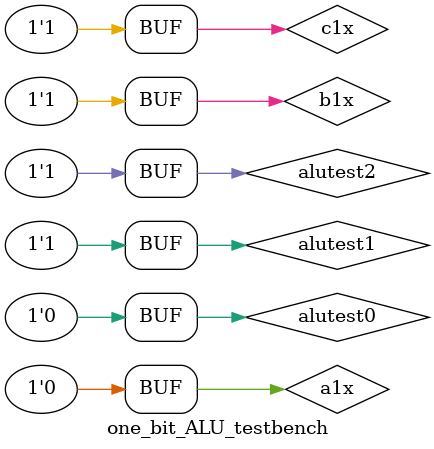
<source format=v>
`define DELAY 20
module one_bit_ALU_testbench(); 
reg a1x, b1x, c1x;
wire  c_next, ri1;
reg alutest2,alutest1,alutest0;

one_bit_ALU resultALU(ri1,c_next,a1x, b1x, c1x, 0, alutest2, alutest1, alutest0);

initial begin
a1x = 1'b0; b1x = 1'b0; c1x = 1'b0;
alutest2 = 1'b0;  alutest1 = 1'b0; alutest0 = 1'b0; 
#`DELAY;
a1x = 1'b0; b1x = 1'b0; c1x = 1'b1;
alutest2 = 1'b0;  alutest1 = 1'b0; alutest0 = 1'b1;
#`DELAY;
a1x = 1'b0; b1x = 1'b1; c1x = 1'b0;
alutest2 = 1'b0;  alutest1 = 1'b1; alutest0 = 1'b0;
#`DELAY;
a1x = 1'b0; b1x = 1'b1; c1x = 1'b1;
alutest2 = 1'b1;  alutest1 = 1'b1; alutest0 = 1'b0;
end
 
 
initial
begin
$monitor("time = %2d, a =%1b, b =%1b, c=%1b, ri=%1b, cnext=%1b", $time, a1x, b1x, c1x, ri1, c_next);
end
 
endmodule
</source>
